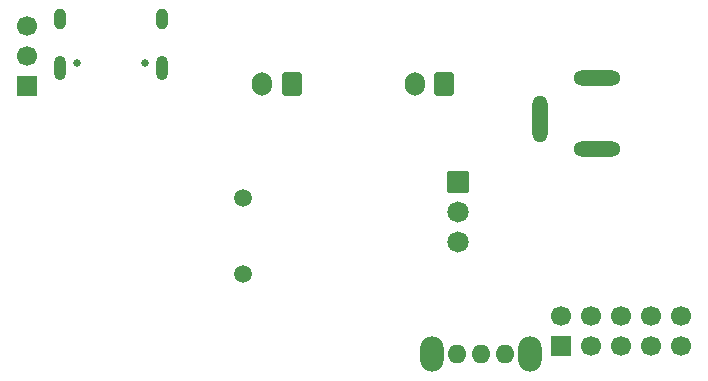
<source format=gbr>
%TF.GenerationSoftware,KiCad,Pcbnew,9.0.2*%
%TF.CreationDate,2025-06-03T14:55:13+02:00*%
%TF.ProjectId,aquarium-lid,61717561-7269-4756-9d2d-6c69642e6b69,2*%
%TF.SameCoordinates,Original*%
%TF.FileFunction,Soldermask,Bot*%
%TF.FilePolarity,Negative*%
%FSLAX46Y46*%
G04 Gerber Fmt 4.6, Leading zero omitted, Abs format (unit mm)*
G04 Created by KiCad (PCBNEW 9.0.2) date 2025-06-03 14:55:13*
%MOMM*%
%LPD*%
G01*
G04 APERTURE LIST*
G04 Aperture macros list*
%AMRoundRect*
0 Rectangle with rounded corners*
0 $1 Rounding radius*
0 $2 $3 $4 $5 $6 $7 $8 $9 X,Y pos of 4 corners*
0 Add a 4 corners polygon primitive as box body*
4,1,4,$2,$3,$4,$5,$6,$7,$8,$9,$2,$3,0*
0 Add four circle primitives for the rounded corners*
1,1,$1+$1,$2,$3*
1,1,$1+$1,$4,$5*
1,1,$1+$1,$6,$7*
1,1,$1+$1,$8,$9*
0 Add four rect primitives between the rounded corners*
20,1,$1+$1,$2,$3,$4,$5,0*
20,1,$1+$1,$4,$5,$6,$7,0*
20,1,$1+$1,$6,$7,$8,$9,0*
20,1,$1+$1,$8,$9,$2,$3,0*%
G04 Aperture macros list end*
%ADD10RoundRect,0.250000X0.600000X0.750000X-0.600000X0.750000X-0.600000X-0.750000X0.600000X-0.750000X0*%
%ADD11O,1.700000X2.000000*%
%ADD12R,1.700000X1.700000*%
%ADD13C,1.700000*%
%ADD14RoundRect,0.102000X-0.802500X0.802500X-0.802500X-0.802500X0.802500X-0.802500X0.802500X0.802500X0*%
%ADD15C,1.809000*%
%ADD16O,4.000000X1.300000*%
%ADD17O,1.300000X4.000000*%
%ADD18C,1.512000*%
%ADD19C,0.650000*%
%ADD20O,1.000000X2.100000*%
%ADD21O,1.000000X1.800000*%
%ADD22O,1.600000X1.600000*%
%ADD23O,2.000000X3.000000*%
G04 APERTURE END LIST*
D10*
%TO.C,J2*%
X45120000Y-28100000D03*
D11*
X42620000Y-28100000D03*
%TD*%
D12*
%TO.C,J1*%
X22694589Y-28270286D03*
D13*
X22694589Y-25730286D03*
X22694589Y-23190286D03*
%TD*%
D14*
%TO.C,PS1*%
X59225000Y-36460000D03*
D15*
X59225000Y-39000000D03*
X59225000Y-41540000D03*
%TD*%
D12*
%TO.C,J7*%
X67920000Y-50275000D03*
D13*
X67920000Y-47735000D03*
X70460000Y-50275000D03*
X70460000Y-47735000D03*
X73000000Y-50275000D03*
X73000000Y-47735000D03*
X75540000Y-50275000D03*
X75540000Y-47735000D03*
X78080000Y-50275000D03*
X78080000Y-47735000D03*
%TD*%
D16*
%TO.C,DC1*%
X70925000Y-27600000D03*
X70925000Y-33600000D03*
D17*
X66125000Y-31100000D03*
%TD*%
D18*
%TO.C,LS1*%
X41000000Y-44250000D03*
X41000000Y-37750000D03*
%TD*%
D19*
%TO.C,J5*%
X32725000Y-26305000D03*
X26945000Y-26305000D03*
D20*
X34155000Y-26805000D03*
D21*
X34155000Y-22625000D03*
D20*
X25515000Y-26805000D03*
D21*
X25515000Y-22625000D03*
%TD*%
D10*
%TO.C,J3*%
X58035000Y-28100000D03*
D11*
X55535000Y-28100000D03*
%TD*%
D22*
%TO.C,SW2*%
X63150000Y-51000000D03*
X61150000Y-51000000D03*
X59150000Y-51000000D03*
D23*
X57000000Y-51000000D03*
X65300000Y-51000000D03*
%TD*%
M02*

</source>
